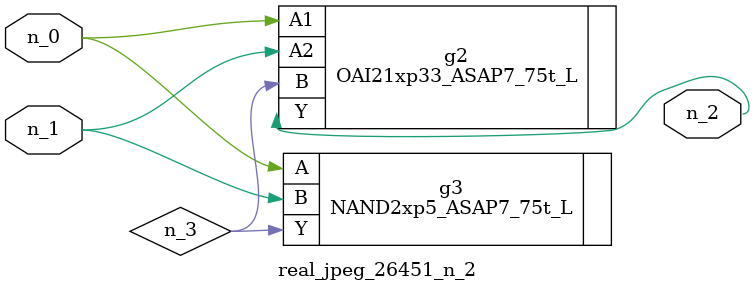
<source format=v>
module real_jpeg_26451_n_2 (n_1, n_0, n_2);

input n_1;
input n_0;

output n_2;

wire n_3;

OAI21xp33_ASAP7_75t_L g2 ( 
.A1(n_0),
.A2(n_1),
.B(n_3),
.Y(n_2)
);

NAND2xp5_ASAP7_75t_L g3 ( 
.A(n_0),
.B(n_1),
.Y(n_3)
);


endmodule
</source>
